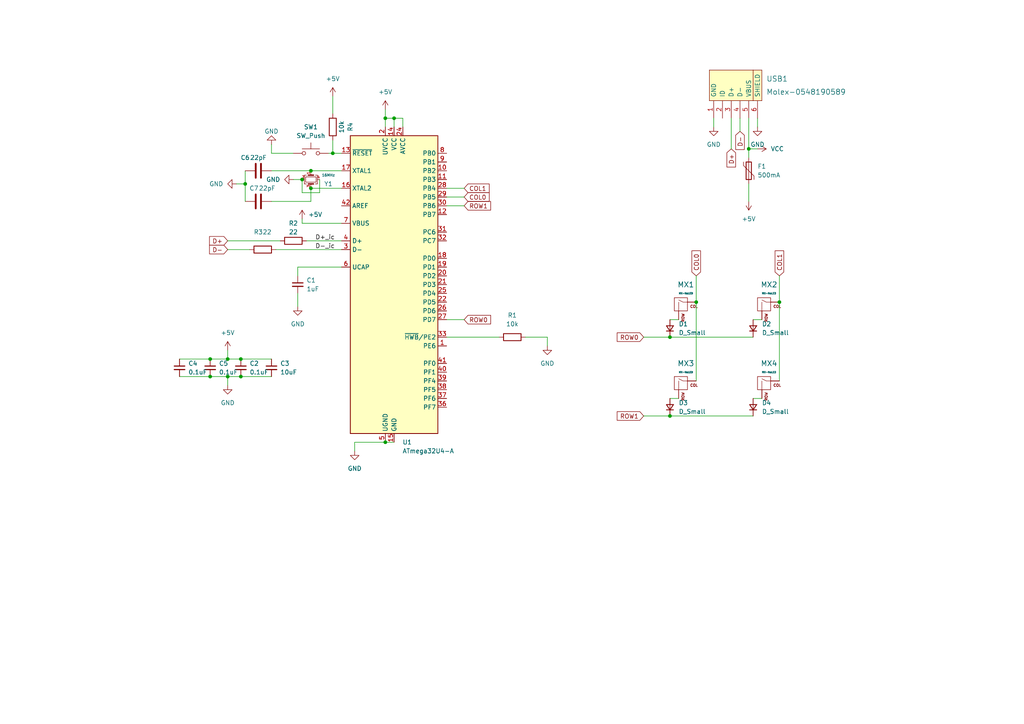
<source format=kicad_sch>
(kicad_sch (version 20230121) (generator eeschema)
  (paper "A4")
  (lib_symbols
    (symbol "Device:C" (pin_numbers hide) (pin_names (offset 0.254))
      (property "Reference" "C" (at 0.635 2.54 0))
      (property "Value" "C" (at 0.635 -2.54 0))
      (symbol "C_0_1"
        (polyline (pts (xy -2.032 -0.762) (xy 2.032 -0.762)) (stroke (width 0.508)))
        (polyline (pts (xy -2.032 0.762) (xy 2.032 0.762)) (stroke (width 0.508)))
      )
      (symbol "C_1_1"
        (pin passive line (at 0 3.81 270) (length 2.794) (name "~") (number "1"))
        (pin passive line (at 0 -3.81 90) (length 2.794) (name "~") (number "2"))
      )
    )
    (symbol "Device:C_Small" (pin_numbers hide) (pin_names (offset 0.254) hide)
      (property "Reference" "C" (at 0.254 1.778 0))
      (property "Value" "C_Small" (at 0.254 -2.032 0))
      (symbol "C_Small_0_1"
        (polyline (pts (xy -1.524 -0.508) (xy 1.524 -0.508)) (stroke (width 0.3302)))
        (polyline (pts (xy -1.524 0.508) (xy 1.524 0.508)) (stroke (width 0.3048)))
      )
      (symbol "C_Small_1_1"
        (pin passive line (at 0 2.54 270) (length 2.032) (name "~") (number "1"))
        (pin passive line (at 0 -2.54 90) (length 2.032) (name "~") (number "2"))
      )
    )
    (symbol "Device:Crystal_GND24_Small" (pin_names (offset 1.016) hide)
      (property "Reference" "Y" (at 1.27 4.445 0))
      (property "Value" "Crystal_GND24_Small" (at 1.27 2.54 0))
      (symbol "Crystal_GND24_Small_0_1"
        (rectangle (start -0.762 -1.524) (end 0.762 1.524))
        (polyline (pts (xy -1.27 -0.762) (xy -1.27 0.762)) (stroke (width 0.381)))
        (polyline (pts (xy 1.27 -0.762) (xy 1.27 0.762)) (stroke (width 0.381)))
        (polyline (pts (xy -1.27 -1.27) (xy -1.27 -1.905) (xy 1.27 -1.905) (xy 1.27 -1.27)))
        (polyline (pts (xy -1.27 1.27) (xy -1.27 1.905) (xy 1.27 1.905) (xy 1.27 1.27)))
      )
      (symbol "Crystal_GND24_Small_1_1"
        (pin passive line (at -2.54 0 0) (length 1.27) (name "1") (number "1"))
        (pin passive line (at 0 -2.54 90) (length 0.635) (name "2") (number "2"))
        (pin passive line (at 2.54 0 180) (length 1.27) (name "3") (number "3"))
        (pin passive line (at 0 2.54 270) (length 0.635) (name "4") (number "4"))
      )
    )
    (symbol "Device:D_Small" (pin_numbers hide) (pin_names (offset 0.254) hide)
      (property "Reference" "D" (at -1.27 2.032 0))
      (property "Value" "D_Small" (at -3.81 -2.032 0))
      (symbol "D_Small_0_1"
        (polyline (pts (xy -0.762 -1.016) (xy -0.762 1.016)) (stroke (width 0.254)))
        (polyline (pts (xy -0.762 0) (xy 0.762 0)))
        (polyline (pts (xy 0.762 -1.016) (xy -0.762 0) (xy 0.762 1.016) (xy 0.762 -1.016)) (stroke (width 0.254)))
      )
      (symbol "D_Small_1_1"
        (pin passive line (at -2.54 0 0) (length 1.778) (name "K") (number "1"))
        (pin passive line (at 2.54 0 180) (length 1.778) (name "A") (number "2"))
      )
    )
    (symbol "Device:Polyfuse" (pin_numbers hide) (pin_names (offset 0))
      (property "Reference" "F" (at -2.54 0 90))
      (property "Value" "Polyfuse" (at 2.54 0 90))
      (symbol "Polyfuse_0_1"
        (rectangle (start -0.762 2.54) (end 0.762 -2.54) (stroke (width 0.254)))
        (polyline (pts (xy 0 2.54) (xy 0 -2.54)))
        (polyline (pts (xy -1.524 2.54) (xy -1.524 1.524) (xy 1.524 -1.524) (xy 1.524 -2.54)))
      )
      (symbol "Polyfuse_1_1"
        (pin passive line (at 0 3.81 270) (length 1.27) (name "~") (number "1"))
        (pin passive line (at 0 -3.81 90) (length 1.27) (name "~") (number "2"))
      )
    )
    (symbol "Device:R" (pin_numbers hide) (pin_names (offset 0))
      (property "Reference" "R" (at 2.032 0 90))
      (property "Value" "R" (at 0 0 90))
      (symbol "R_0_1"
        (rectangle (start -1.016 -2.54) (end 1.016 2.54) (stroke (width 0.254)))
      )
      (symbol "R_1_1"
        (pin passive line (at 0 3.81 270) (length 1.27) (name "~") (number "1"))
        (pin passive line (at 0 -3.81 90) (length 1.27) (name "~") (number "2"))
      )
    )
    (symbol "MCU_Microchip_ATmega:ATmega32U4-A"
      (property "Reference" "U" (at -12.7 44.45 0))
      (property "Value" "ATmega32U4-A" (at 2.54 -44.45 0))
      (symbol "ATmega32U4-A_0_1"
        (rectangle (start -12.7 -43.18) (end 12.7 43.18) (stroke (width 0.254)) (fill (type background)))
      )
      (symbol "ATmega32U4-A_1_1"
        (pin bidirectional line (at 15.24 -17.78 180) (length 2.54) (name "PE6") (number "1"))
        (pin bidirectional line (at 15.24 33.02 180) (length 2.54) (name "PB2") (number "10"))
        (pin bidirectional line (at 15.24 30.48 180) (length 2.54) (name "PB3") (number "11"))
        (pin bidirectional line (at 15.24 20.32 180) (length 2.54) (name "PB7") (number "12"))
        (pin input line (at -15.24 38.1 0) (length 2.54) (name "~{RESET}") (number "13"))
        (pin power_in line (at 0 45.72 270) (length 2.54) (name "VCC") (number "14"))
        (pin power_in line (at 0 -45.72 90) (length 2.54) (name "GND") (number "15"))
        (pin output line (at -15.24 27.94 0) (length 2.54) (name "XTAL2") (number "16"))
        (pin input line (at -15.24 33.02 0) (length 2.54) (name "XTAL1") (number "17"))
        (pin bidirectional line (at 15.24 7.62 180) (length 2.54) (name "PD0") (number "18"))
        (pin bidirectional line (at 15.24 5.08 180) (length 2.54) (name "PD1") (number "19"))
        (pin power_in line (at -2.54 45.72 270) (length 2.54) (name "UVCC") (number "2"))
        (pin bidirectional line (at 15.24 2.54 180) (length 2.54) (name "PD2") (number "20"))
        (pin bidirectional line (at 15.24 0 180) (length 2.54) (name "PD3") (number "21"))
        (pin bidirectional line (at 15.24 -5.08 180) (length 2.54) (name "PD5") (number "22"))
        (pin passive line (at 0 -45.72 90) (length 2.54) hide (name "GND") (number "23"))
        (pin power_in line (at 2.54 45.72 270) (length 2.54) (name "AVCC") (number "24"))
        (pin bidirectional line (at 15.24 -2.54 180) (length 2.54) (name "PD4") (number "25"))
        (pin bidirectional line (at 15.24 -7.62 180) (length 2.54) (name "PD6") (number "26"))
        (pin bidirectional line (at 15.24 -10.16 180) (length 2.54) (name "PD7") (number "27"))
        (pin bidirectional line (at 15.24 27.94 180) (length 2.54) (name "PB4") (number "28"))
        (pin bidirectional line (at 15.24 25.4 180) (length 2.54) (name "PB5") (number "29"))
        (pin bidirectional line (at -15.24 10.16 0) (length 2.54) (name "D-") (number "3"))
        (pin bidirectional line (at 15.24 22.86 180) (length 2.54) (name "PB6") (number "30"))
        (pin bidirectional line (at 15.24 15.24 180) (length 2.54) (name "PC6") (number "31"))
        (pin bidirectional line (at 15.24 12.7 180) (length 2.54) (name "PC7") (number "32"))
        (pin bidirectional line (at 15.24 -15.24 180) (length 2.54) (name "~{HWB}/PE2") (number "33"))
        (pin passive line (at 0 45.72 270) (length 2.54) hide (name "VCC") (number "34"))
        (pin passive line (at 0 -45.72 90) (length 2.54) hide (name "GND") (number "35"))
        (pin bidirectional line (at 15.24 -35.56 180) (length 2.54) (name "PF7") (number "36"))
        (pin bidirectional line (at 15.24 -33.02 180) (length 2.54) (name "PF6") (number "37"))
        (pin bidirectional line (at 15.24 -30.48 180) (length 2.54) (name "PF5") (number "38"))
        (pin bidirectional line (at 15.24 -27.94 180) (length 2.54) (name "PF4") (number "39"))
        (pin bidirectional line (at -15.24 12.7 0) (length 2.54) (name "D+") (number "4"))
        (pin bidirectional line (at 15.24 -25.4 180) (length 2.54) (name "PF1") (number "40"))
        (pin bidirectional line (at 15.24 -22.86 180) (length 2.54) (name "PF0") (number "41"))
        (pin passive line (at -15.24 22.86 0) (length 2.54) (name "AREF") (number "42"))
        (pin passive line (at 0 -45.72 90) (length 2.54) hide (name "GND") (number "43"))
        (pin passive line (at 2.54 45.72 270) (length 2.54) hide (name "AVCC") (number "44"))
        (pin passive line (at -2.54 -45.72 90) (length 2.54) (name "UGND") (number "5"))
        (pin passive line (at -15.24 5.08 0) (length 2.54) (name "UCAP") (number "6"))
        (pin input line (at -15.24 17.78 0) (length 2.54) (name "VBUS") (number "7"))
        (pin bidirectional line (at 15.24 38.1 180) (length 2.54) (name "PB0") (number "8"))
        (pin bidirectional line (at 15.24 35.56 180) (length 2.54) (name "PB1") (number "9"))
      )
    )
    (symbol "MX_Alps_Hybrid:MX-NoLED" (pin_names (offset 1.016))
      (property "Reference" "MX" (at -0.635 3.81 0))
      (property "Value" "MX-NoLED" (at -0.635 1.27 0))
      (symbol "MX-NoLED_0_0"
        (rectangle (start -2.54 2.54) (end 1.27 -1.27))
        (polyline (pts (xy -1.27 -1.27) (xy -1.27 1.27)) (stroke (width 0.127)))
        (polyline (pts (xy 1.27 1.27) (xy 0 1.27) (xy -1.27 1.905)) (stroke (width 0.127)))
        (text "COL" (at 3.175 0 0) (effects (font (size 0.762 0.762))))
        (text "ROW" (at 0 -1.905 900) (effects (font (size 0.762 0.762)) (justify right)))
      )
      (symbol "MX-NoLED_1_1"
        (pin passive line (at 3.81 1.27 180) (length 2.54) (name "COL") (number "1"))
        (pin passive line (at -1.27 -3.81 90) (length 2.54) (name "ROW") (number "2"))
      )
    )
    (symbol "Switch:SW_Push" (pin_numbers hide) (pin_names (offset 1.016) hide)
      (property "Reference" "SW" (at 1.27 2.54 0))
      (property "Value" "SW_Push" (at 0 -1.524 0))
      (symbol "SW_Push_0_1"
        (circle (center -2.032 0) (radius 0.508))
        (polyline (pts (xy 0 1.27) (xy 0 3.048)))
        (polyline (pts (xy 2.54 1.27) (xy -2.54 1.27)))
        (circle (center 2.032 0) (radius 0.508))
        (pin passive line (at -5.08 0 0) (length 2.54) (name "1") (number "1"))
        (pin passive line (at 5.08 0 180) (length 2.54) (name "2") (number "2"))
      )
    )
    (symbol "power:+5V" (power) (pin_names (offset 0))
      (property "Value" "+5V" (at 0 3.556 0))
      (symbol "+5V_0_1"
        (polyline (pts (xy -0.762 1.27) (xy 0 2.54)))
        (polyline (pts (xy 0 0) (xy 0 2.54)))
        (polyline (pts (xy 0 2.54) (xy 0.762 1.27)))
      )
      (symbol "+5V_1_1"
        (pin power_in line (at 0 0 90) (length 0) hide (name "+5V") (number "1"))
      )
    )
    (symbol "power:GND" (power) (pin_names (offset 0))
      (property "Value" "GND" (at 0 -3.81 0))
      (symbol "GND_0_1"
        (polyline (pts (xy 0 0) (xy 0 -1.27) (xy 1.27 -1.27) (xy 0 -2.54) (xy -1.27 -1.27) (xy 0 -1.27)))
      )
      (symbol "GND_1_1"
        (pin power_in line (at 0 0 270) (length 0) hide (name "GND") (number "1"))
      )
    )
    (symbol "power:VCC" (power) (pin_names (offset 0))
      (property "Value" "VCC" (at 0 3.81 0))
      (symbol "VCC_0_1"
        (polyline (pts (xy -0.762 1.27) (xy 0 2.54)))
        (polyline (pts (xy 0 0) (xy 0 2.54)))
        (polyline (pts (xy 0 2.54) (xy 0.762 1.27)))
      )
      (symbol "VCC_1_1"
        (pin power_in line (at 0 0 90) (length 0) hide (name "VCC") (number "1"))
      )
    )
    (symbol "random-keyboard-parts:Molex-0548190589" (pin_names (offset 1.016))
      (property "Reference" "USB" (at 0 7.62 0))
      (property "Value" "Molex-0548190589" (at 0 10.16 0))
      (symbol "Molex-0548190589_0_0"
        (polyline (pts (xy 6.35 -2.54) (xy 6.35 6.35)))
        (rectangle (start 8.89 -2.54) (end -6.35 6.35) (fill (type background)))
      )
      (symbol "Molex-0548190589_1_1"
        (pin input line (at -5.08 -7.62 90) (length 5.08) (name "GND") (number "1"))
        (pin input line (at -2.54 -7.62 90) (length 5.08) (name "ID") (number "2"))
        (pin input line (at 0 -7.62 90) (length 5.08) (name "D+") (number "3"))
        (pin input line (at 2.54 -7.62 90) (length 5.08) (name "D-") (number "4"))
        (pin input line (at 5.08 -7.62 90) (length 5.08) (name "VBUS") (number "5"))
        (pin input line (at 7.62 -7.62 90) (length 5.08) (name "SHIELD") (number "6"))
      )
    )
  )
  (junction (at 114.3 34.29))
  (junction (at 217.17 43.18))
  (junction (at 194.31 97.79))
  (junction (at 66.04 104.14))
  (junction (at 96.52 44.45))
  (junction (at 60.96 109.22))
  (junction (at 226.06 87.63))
  (junction (at 194.31 120.65))
  (junction (at 90.17 54.61))
  (junction (at 69.85 109.22))
  (junction (at 87.63 52.07))
  (junction (at 111.76 34.29))
  (junction (at 201.93 87.63))
  (junction (at 90.17 49.53))
  (junction (at 111.76 128.27))
  (junction (at 66.04 109.22))
  (junction (at 60.96 104.14))
  (junction (at 71.12 53.34))
  (junction (at 69.85 104.14))
  (wire (pts (xy 129.54 97.79) (xy 144.78 97.79)))
  (wire (pts (xy 111.76 34.29) (xy 114.3 34.29)))
  (wire (pts (xy 219.71 34.29) (xy 219.71 36.83)))
  (wire (pts (xy 92.71 55.88) (xy 92.71 52.07)))
  (wire (pts (xy 111.76 31.75) (xy 111.76 34.29)))
  (wire (pts (xy 111.76 128.27) (xy 114.3 128.27)))
  (wire (pts (xy 86.36 85.09) (xy 86.36 88.9)))
  (wire (pts (xy 78.74 58.42) (xy 90.17 58.42)))
  (wire (pts (xy 71.12 53.34) (xy 71.12 58.42)))
  (wire (pts (xy 114.3 34.29) (xy 114.3 36.83)))
  (wire (pts (xy 158.75 97.79) (xy 158.75 100.33)))
  (wire (pts (xy 90.17 58.42) (xy 90.17 54.61)))
  (wire (pts (xy 96.52 27.94) (xy 96.52 33.02)))
  (wire (pts (xy 201.93 80.01) (xy 201.93 87.63)))
  (wire (pts (xy 78.74 41.91) (xy 78.74 44.45)))
  (wire (pts (xy 69.85 109.22) (xy 78.74 109.22)))
  (wire (pts (xy 212.09 34.29) (xy 212.09 43.18)))
  (wire (pts (xy 90.17 49.53) (xy 99.06 49.53)))
  (wire (pts (xy 66.04 101.6) (xy 66.04 104.14)))
  (wire (pts (xy 66.04 104.14) (xy 69.85 104.14)))
  (wire (pts (xy 194.31 120.65) (xy 218.44 120.65)))
  (wire (pts (xy 60.96 104.14) (xy 66.04 104.14)))
  (wire (pts (xy 96.52 44.45) (xy 99.06 44.45)))
  (wire (pts (xy 226.06 80.01) (xy 226.06 87.63)))
  (wire (pts (xy 201.93 87.63) (xy 201.93 110.49)))
  (wire (pts (xy 194.31 115.57) (xy 196.85 115.57)))
  (wire (pts (xy 87.63 55.88) (xy 92.71 55.88)))
  (wire (pts (xy 87.63 52.07) (xy 87.63 55.88)))
  (wire (pts (xy 68.58 53.34) (xy 71.12 53.34)))
  (wire (pts (xy 71.12 49.53) (xy 71.12 53.34)))
  (wire (pts (xy 52.07 109.22) (xy 60.96 109.22)))
  (wire (pts (xy 217.17 43.18) (xy 217.17 45.72)))
  (wire (pts (xy 66.04 69.85) (xy 81.28 69.85)))
  (wire (pts (xy 102.87 128.27) (xy 102.87 130.81)))
  (wire (pts (xy 86.36 77.47) (xy 86.36 80.01)))
  (wire (pts (xy 129.54 92.71) (xy 134.62 92.71)))
  (wire (pts (xy 226.06 87.63) (xy 226.06 110.49)))
  (wire (pts (xy 99.06 77.47) (xy 86.36 77.47)))
  (wire (pts (xy 129.54 59.69) (xy 134.62 59.69)))
  (wire (pts (xy 87.63 64.77) (xy 99.06 64.77)))
  (wire (pts (xy 111.76 34.29) (xy 111.76 36.83)))
  (wire (pts (xy 218.44 115.57) (xy 220.98 115.57)))
  (wire (pts (xy 218.44 92.71) (xy 220.98 92.71)))
  (wire (pts (xy 88.9 69.85) (xy 99.06 69.85)))
  (wire (pts (xy 66.04 109.22) (xy 69.85 109.22)))
  (wire (pts (xy 90.17 54.61) (xy 99.06 54.61)))
  (wire (pts (xy 186.69 97.79) (xy 194.31 97.79)))
  (wire (pts (xy 116.84 34.29) (xy 116.84 36.83)))
  (wire (pts (xy 60.96 109.22) (xy 66.04 109.22)))
  (wire (pts (xy 90.17 49.53) (xy 78.74 49.53)))
  (wire (pts (xy 114.3 34.29) (xy 116.84 34.29)))
  (wire (pts (xy 217.17 43.18) (xy 219.71 43.18)))
  (wire (pts (xy 80.01 72.39) (xy 99.06 72.39)))
  (wire (pts (xy 69.85 104.14) (xy 78.74 104.14)))
  (wire (pts (xy 129.54 57.15) (xy 134.62 57.15)))
  (wire (pts (xy 96.52 40.64) (xy 96.52 44.45)))
  (wire (pts (xy 85.09 44.45) (xy 78.74 44.45)))
  (wire (pts (xy 66.04 72.39) (xy 72.39 72.39)))
  (wire (pts (xy 217.17 53.34) (xy 217.17 58.42)))
  (wire (pts (xy 95.25 44.45) (xy 96.52 44.45)))
  (wire (pts (xy 194.31 92.71) (xy 196.85 92.71)))
  (wire (pts (xy 152.4 97.79) (xy 158.75 97.79)))
  (wire (pts (xy 217.17 34.29) (xy 217.17 43.18)))
  (wire (pts (xy 87.63 63.5) (xy 87.63 64.77)))
  (wire (pts (xy 207.01 34.29) (xy 207.01 36.83)))
  (wire (pts (xy 85.09 52.07) (xy 87.63 52.07)))
  (wire (pts (xy 129.54 54.61) (xy 134.62 54.61)))
  (wire (pts (xy 52.07 104.14) (xy 60.96 104.14)))
  (wire (pts (xy 186.69 120.65) (xy 194.31 120.65)))
  (wire (pts (xy 214.63 34.29) (xy 214.63 38.1)))
  (wire (pts (xy 194.31 97.79) (xy 218.44 97.79)))
  (wire (pts (xy 111.76 128.27) (xy 102.87 128.27)))
  (wire (pts (xy 66.04 109.22) (xy 66.04 111.76)))
  (label "D+_ic" (at 91.44 69.85 0))
  (label "D-_ic" (at 91.44 72.39 0))
  (global_label "COL1" (shape input) (at 134.62 54.61 0) (property "Intersheetrefs" "${INTERSHEET_REFS}" (effects hide)))
  (global_label "D-" (shape input) (at 66.04 72.39 180) (property "Intersheetrefs" "${INTERSHEET_REFS}" (effects hide)))
  (global_label "D+" (shape input) (at 212.09 43.18 270) (property "Intersheetrefs" "${INTERSHEET_REFS}" (effects hide)))
  (global_label "ROW0" (shape input) (at 186.69 97.79 180) (property "Intersheetrefs" "${INTERSHEET_REFS}" (effects hide)))
  (global_label "COL1" (shape input) (at 226.06 80.01 90) (property "Intersheetrefs" "${INTERSHEET_REFS}" (effects hide)))
  (global_label "D-" (shape input) (at 214.63 38.1 270) (property "Intersheetrefs" "${INTERSHEET_REFS}" (effects hide)))
  (global_label "COL0" (shape input) (at 134.62 57.15 0) (property "Intersheetrefs" "${INTERSHEET_REFS}" (effects hide)))
  (global_label "COL0" (shape input) (at 201.93 80.01 90) (property "Intersheetrefs" "${INTERSHEET_REFS}" (effects hide)))
  (global_label "ROW1" (shape input) (at 186.69 120.65 180) (property "Intersheetrefs" "${INTERSHEET_REFS}" (effects hide)))
  (global_label "D+" (shape input) (at 66.04 69.85 180) (property "Intersheetrefs" "${INTERSHEET_REFS}" (effects hide)))
  (global_label "ROW1" (shape input) (at 134.62 59.69 0) (property "Intersheetrefs" "${INTERSHEET_REFS}" (effects hide)))
  (global_label "ROW0" (shape input) (at 134.62 92.71 0) (property "Intersheetrefs" "${INTERSHEET_REFS}" (effects hide)))
  (symbol (lib_id "Device:D_Small") (at 194.31 95.25 90) (unit 1)
    (property "Reference" "D1" (at 196.85 93.9799 90) (effects (justify right)))
    (property "Value" "D_Small" (at 196.85 96.5199 90) (effects (justify right)))
    (property "Footprint" "Diode_SMD:D_SOD-123" (effects hide))
    (property "Sim.Device" "D" (effects hide))
    (property "Sim.Pins" "1=K 2=A" (effects hide))
  )
  (symbol (lib_id "power:GND") (at 207.01 36.83 0) (unit 1)
    (property "Reference" "#PWR012" (effects hide))
    (property "Value" "GND" (at 207.01 41.91 0))
  )
  (symbol (lib_id "Device:C") (at 74.93 49.53 90) (unit 1)
    (property "Reference" "C6" (at 71.12 45.72 90))
    (property "Value" "22pF" (at 74.93 45.72 90))
    (property "Footprint" "Capacitor_SMD:C_0805_2012Metric" (effects hide))
  )
  (symbol (lib_id "Device:C_Small") (at 78.74 106.68 0) (unit 1)
    (property "Reference" "C3" (at 81.28 105.4162 0) (effects (justify left)))
    (property "Value" "10uF" (at 81.28 107.9562 0) (effects (justify left)))
    (property "Footprint" "Capacitor_SMD:C_0805_2012Metric" (effects hide))
  )
  (symbol (lib_id "Switch:SW_Push") (at 90.17 44.45 0) (unit 1)
    (property "Reference" "SW1" (at 90.17 36.83 0))
    (property "Value" "SW_Push" (at 90.17 39.37 0))
    (property "Footprint" "Button_Switch_SMD:SW_SPST_SKQG_WithStem" (effects hide))
  )
  (symbol (lib_id "MX_Alps_Hybrid:MX-NoLED") (at 222.25 88.9 0) (unit 1)
    (property "Reference" "MX2" (at 223.0594 82.55 0) (effects (font (size 1.524 1.524))))
    (property "Value" "MX-NoLED" (at 223.0594 85.09 0) (effects (font (size 0.508 0.508))))
    (property "Footprint" "MX_Alps_Hybrid:MX-1U" (effects hide))
  )
  (symbol (lib_id "MX_Alps_Hybrid:MX-NoLED") (at 222.25 111.76 0) (unit 1)
    (property "Reference" "MX4" (at 223.0594 105.41 0) (effects (font (size 1.524 1.524))))
    (property "Value" "MX-NoLED" (at 223.0594 107.95 0) (effects (font (size 0.508 0.508))))
    (property "Footprint" "MX_Alps_Hybrid:MX-1U" (effects hide))
  )
  (symbol (lib_id "power:+5V") (at 217.17 58.42 180) (unit 1)
    (property "Reference" "#PWR013" (effects hide))
    (property "Value" "+5V" (at 217.17 63.5 0))
  )
  (symbol (lib_id "power:GND") (at 102.87 130.81 0) (unit 1)
    (property "Reference" "#PWR02" (effects hide))
    (property "Value" "GND" (at 102.87 135.89 0))
  )
  (symbol (lib_id "Device:C_Small") (at 52.07 106.68 0) (unit 1)
    (property "Reference" "C4" (at 54.61 105.4162 0) (effects (justify left)))
    (property "Value" "0.1uF" (at 54.61 107.9562 0) (effects (justify left)))
    (property "Footprint" "Capacitor_SMD:C_0805_2012Metric" (effects hide))
  )
  (symbol (lib_id "power:GND") (at 68.58 53.34 270) (unit 1)
    (property "Reference" "#PWR09" (effects hide))
    (property "Value" "GND" (at 64.77 53.3399 90) (effects (justify right)))
  )
  (symbol (lib_id "Device:R") (at 85.09 69.85 90) (unit 1)
    (property "Reference" "R2" (at 85.09 64.77 90))
    (property "Value" "22" (at 85.09 67.31 90))
    (property "Footprint" "Resistor_SMD:R_0805_2012Metric" (effects hide))
  )
  (symbol (lib_id "Device:D_Small") (at 194.31 118.11 90) (unit 1)
    (property "Reference" "D3" (at 196.85 116.8399 90) (effects (justify right)))
    (property "Value" "D_Small" (at 196.85 119.3799 90) (effects (justify right)))
    (property "Footprint" "Diode_SMD:D_SOD-123" (effects hide))
    (property "Sim.Device" "D" (effects hide))
    (property "Sim.Pins" "1=K 2=A" (effects hide))
  )
  (symbol (lib_id "power:+5V") (at 96.52 27.94 0) (unit 1)
    (property "Reference" "#PWR011" (effects hide))
    (property "Value" "+5V" (at 96.52 22.86 0))
  )
  (symbol (lib_id "power:GND") (at 86.36 88.9 0) (unit 1)
    (property "Reference" "#PWR04" (effects hide))
    (property "Value" "GND" (at 86.36 93.98 0))
  )
  (symbol (lib_id "Device:D_Small") (at 218.44 118.11 90) (unit 1)
    (property "Reference" "D4" (at 220.98 116.8399 90) (effects (justify right)))
    (property "Value" "D_Small" (at 220.98 119.3799 90) (effects (justify right)))
    (property "Footprint" "Diode_SMD:D_SOD-123" (effects hide))
    (property "Sim.Device" "D" (effects hide))
    (property "Sim.Pins" "1=K 2=A" (effects hide))
  )
  (symbol (lib_id "Device:Polyfuse") (at 217.17 49.53 0) (unit 1)
    (property "Reference" "F1" (at 219.71 48.2599 0) (effects (justify left)))
    (property "Value" "500mA" (at 219.71 50.7999 0) (effects (justify left)))
    (property "Footprint" "Resistor_SMD:R_0805_2012Metric" (effects hide))
  )
  (symbol (lib_id "MX_Alps_Hybrid:MX-NoLED") (at 198.12 88.9 0) (unit 1)
    (property "Reference" "MX1" (at 198.9294 82.55 0) (effects (font (size 1.524 1.524))))
    (property "Value" "MX-NoLED" (at 198.9294 85.09 0) (effects (font (size 0.508 0.508))))
    (property "Footprint" "MX_Alps_Hybrid:MX-1U" (effects hide))
  )
  (symbol (lib_id "Device:R") (at 76.2 72.39 90) (unit 1)
    (property "Reference" "R3" (at 74.93 67.31 90))
    (property "Value" "22" (at 77.47 67.31 90))
    (property "Footprint" "Resistor_SMD:R_0805_2012Metric" (effects hide))
  )
  (symbol (lib_id "power:+5V") (at 111.76 31.75 0) (unit 1)
    (property "Reference" "#PWR01" (effects hide))
    (property "Value" "+5V" (at 111.76 26.67 0))
  )
  (symbol (lib_id "power:GND") (at 78.74 41.91 180) (unit 1)
    (property "Reference" "#PWR010" (effects hide))
    (property "Value" "GND" (at 78.74 38.1 0))
  )
  (symbol (lib_id "Device:C_Small") (at 60.96 106.68 0) (unit 1)
    (property "Reference" "C5" (at 63.5 105.4162 0) (effects (justify left)))
    (property "Value" "0.1uF" (at 63.5 107.9562 0) (effects (justify left)))
    (property "Footprint" "Capacitor_SMD:C_0805_2012Metric" (effects hide))
  )
  (symbol (lib_id "Device:C_Small") (at 69.85 106.68 0) (unit 1)
    (property "Reference" "C2" (at 72.39 105.4162 0) (effects (justify left)))
    (property "Value" "0.1uF" (at 72.39 107.9562 0) (effects (justify left)))
    (property "Footprint" "Capacitor_SMD:C_0805_2012Metric" (effects hide))
  )
  (symbol (lib_id "MX_Alps_Hybrid:MX-NoLED") (at 198.12 111.76 0) (unit 1)
    (property "Reference" "MX3" (at 198.9294 105.41 0) (effects (font (size 1.524 1.524))))
    (property "Value" "MX-NoLED" (at 198.9294 107.95 0) (effects (font (size 0.508 0.508))))
    (property "Footprint" "MX_Alps_Hybrid:MX-1U" (effects hide))
  )
  (symbol (lib_id "power:GND") (at 85.09 52.07 270) (unit 1)
    (property "Reference" "#PWR08" (effects hide))
    (property "Value" "GND" (at 81.28 52.0699 90) (effects (justify right)))
  )
  (symbol (lib_id "Device:C") (at 74.93 58.42 90) (unit 1)
    (property "Reference" "C7" (at 73.66 54.61 90))
    (property "Value" "22pF" (at 77.47 54.61 90))
    (property "Footprint" "Capacitor_SMD:C_0805_2012Metric" (effects hide))
  )
  (symbol (lib_id "Device:C_Small") (at 86.36 82.55 0) (unit 1)
    (property "Reference" "C1" (at 88.9 81.2862 0) (effects (justify left)))
    (property "Value" "1uF" (at 88.9 83.8262 0) (effects (justify left)))
    (property "Footprint" "Capacitor_SMD:C_0805_2012Metric" (effects hide))
  )
  (symbol (lib_id "Device:Crystal_GND24_Small") (at 90.17 52.07 270) (unit 1)
    (property "Reference" "Y1" (at 95.25 53.34 90))
    (property "Value" "16MHz" (at 95.25 50.8 90) (effects (font (size 0.75 0.75))))
    (property "Footprint" "Crystal:Crystal_SMD_3225-4Pin_3.2x2.5mm" (effects hide))
  )
  (symbol (lib_id "MCU_Microchip_ATmega:ATmega32U4-A") (at 114.3 82.55 0) (unit 1)
    (property "Reference" "U1" (at 116.7226 128.27 0) (effects (justify left)))
    (property "Value" "ATmega32U4-A" (at 116.7226 130.81 0) (effects (justify left)))
    (property "Footprint" "Package_QFP:TQFP-44_10x10mm_P0.8mm" (effects hide))
    (property "Datasheet" "http://ww1.microchip.com/downloads/en/DeviceDoc/Atmel-7766-8-bit-AVR-ATmega16U4-32U4_Datasheet.pdf" (effects hide))
  )
  (symbol (lib_id "Device:D_Small") (at 218.44 95.25 90) (unit 1)
    (property "Reference" "D2" (at 220.98 93.9799 90) (effects (justify right)))
    (property "Value" "D_Small" (at 220.98 96.5199 90) (effects (justify right)))
    (property "Footprint" "Diode_SMD:D_SOD-123" (effects hide))
    (property "Sim.Device" "D" (effects hide))
    (property "Sim.Pins" "1=K 2=A" (effects hide))
  )
  (symbol (lib_id "random-keyboard-parts:Molex-0548190589") (at 212.09 26.67 0) (unit 1)
    (property "Reference" "USB1" (at 222.25 22.86 0) (effects (font (size 1.524 1.524)) (justify left)))
    (property "Value" "Molex-0548190589" (at 222.25 26.67 0) (effects (font (size 1.524 1.524)) (justify left)))
    (property "Footprint" "random-keyboard-parts:Molex-0548190589" (effects hide))
  )
  (symbol (lib_id "power:GND") (at 158.75 100.33 0) (unit 1)
    (property "Reference" "#PWR03" (effects hide))
    (property "Value" "GND" (at 158.75 105.41 0))
  )
  (symbol (lib_id "Device:R") (at 148.59 97.79 90) (unit 1)
    (property "Reference" "R1" (at 148.59 91.44 90))
    (property "Value" "10k" (at 148.59 93.98 90))
    (property "Footprint" "Resistor_SMD:R_0805_2012Metric" (effects hide))
  )
  (symbol (lib_id "Device:R") (at 96.52 36.83 0) (unit 1)
    (property "Reference" "R4" (at 101.6 36.83 90))
    (property "Value" "10k" (at 99.06 36.83 90))
    (property "Footprint" "Resistor_SMD:R_0805_2012Metric" (effects hide))
  )
  (symbol (lib_id "power:VCC") (at 219.71 43.18 270) (unit 1)
    (property "Reference" "#PWR014" (effects hide))
    (property "Value" "VCC" (at 223.52 43.1799 90) (effects (justify left)))
  )
  (symbol (lib_id "power:+5V") (at 87.63 63.5 0) (unit 1)
    (property "Reference" "#PWR07" (effects hide))
    (property "Value" "+5V" (at 91.44 62.23 0))
  )
  (symbol (lib_id "power:GND") (at 219.71 36.83 0) (unit 1)
    (property "Reference" "#PWR015" (effects hide))
    (property "Value" "GND" (at 219.71 41.91 0))
  )
  (symbol (lib_id "power:GND") (at 66.04 111.76 0) (unit 1)
    (property "Reference" "#PWR05" (effects hide))
    (property "Value" "GND" (at 66.04 116.84 0))
  )
  (symbol (lib_id "power:+5V") (at 66.04 101.6 0) (unit 1)
    (property "Reference" "#PWR06" (effects hide))
    (property "Value" "+5V" (at 66.04 96.52 0))
  )
)
</source>
